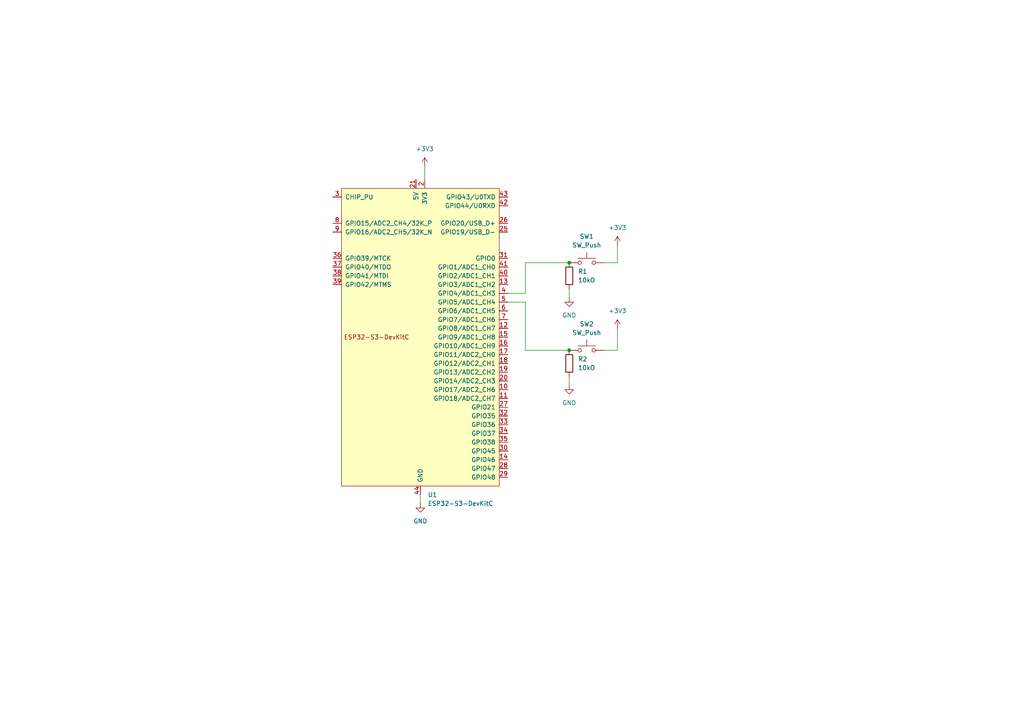
<source format=kicad_sch>
(kicad_sch (version 20250114) (generator "eeschema") (generator_version "9.0")
  (paper "A4")
  (lib_symbols
    (symbol "Device:R" (pin_numbers (hide yes)) (pin_names (offset 0))
      (property "Reference" "R" (at 2.032 0 90))
      (property "Value" "R" (at 0 0 90))
      (symbol "R_0_1"
        (rectangle (start -1.016 -2.54) (end 1.016 2.54) (stroke (width 0.254)))
      )
      (symbol "R_1_1"
        (pin passive line (at 0 3.81 270) (length 1.27) (name "~") (number "1"))
        (pin passive line (at 0 -3.81 90) (length 1.27) (name "~") (number "2"))
      )
    )
    (symbol "PCM_Espressif:ESP32-S3-DevKitC" (pin_names (offset 1.016))
      (property "Reference" "U" (at -22.86 48.26 0))
      (property "Value" "ESP32-S3-DevKitC" (at -22.86 45.72 0))
      (symbol "ESP32-S3-DevKitC_0_0"
        (text "ESP32-S3-DevKitC" (at -12.7 0 0) (effects (font (size 1.27 1.27))))
        (pin bidirectional line (at -25.4 15.24 0) (length 2.54) (name "GPIO42/MTMS") (number "39"))
        (pin power_in line (at 0 -45.72 90) (length 2.54) (name "GND") (number "44"))
        (pin bidirectional line (at 25.4 40.64 180) (length 2.54) (name "GPIO43/U0TXD") (number "43"))
        (pin bidirectional line (at 25.4 38.1 180) (length 2.54) (name "GPIO44/U0RXD") (number "42"))
        (pin bidirectional line (at 25.4 20.32 180) (length 2.54) (name "GPIO1/ADC1_CH0") (number "41"))
        (pin bidirectional line (at 25.4 17.78 180) (length 2.54) (name "GPIO2/ADC1_CH1") (number "40"))
        (pin bidirectional line (at 25.4 -10.16 180) (length 2.54) (name "GPIO13/ADC2_CH2") (number "19"))
        (pin bidirectional line (at 25.4 -35.56 180) (length 2.54) (name "GPIO46") (number "14"))
      )
      (symbol "ESP32-S3-DevKitC_0_1"
        (rectangle (start -22.86 43.18) (end 22.86 -43.18) (fill (type background)))
        (pin power_in line (at 1.27 45.72 270) (length 2.54) (name "3V3") (number "2"))
      )
      (symbol "ESP32-S3-DevKitC_1_1"
        (pin input line (at -25.4 40.64 0) (length 2.54) (name "CHIP_PU") (number "3"))
        (pin bidirectional line (at -25.4 33.02 0) (length 2.54) (name "GPIO15/ADC2_CH4/32K_P") (number "8"))
        (pin bidirectional line (at -25.4 30.48 0) (length 2.54) (name "GPIO16/ADC2_CH5/32K_N") (number "9"))
        (pin bidirectional line (at -25.4 22.86 0) (length 2.54) (name "GPIO39/MTCK") (number "36"))
        (pin bidirectional line (at -25.4 20.32 0) (length 2.54) (name "GPIO40/MTDO") (number "37"))
        (pin bidirectional line (at -25.4 17.78 0) (length 2.54) (name "GPIO41/MTDI") (number "38"))
        (pin power_in line (at -1.27 45.72 270) (length 2.54) (name "5V") (number "21"))
        (pin passive line (at 0 -45.72 90) (length 2.54) (hide yes) (name "GND") (number "22"))
        (pin passive line (at 0 -45.72 90) (length 2.54) (hide yes) (name "GND") (number "23"))
        (pin passive line (at 0 -45.72 90) (length 2.54) (hide yes) (name "GND") (number "24"))
        (pin passive line (at 1.27 45.72 270) (length 2.54) (hide yes) (name "3V3") (number "1"))
        (pin bidirectional line (at 25.4 33.02 180) (length 2.54) (name "GPIO20/USB_D+") (number "26"))
        (pin bidirectional line (at 25.4 30.48 180) (length 2.54) (name "GPIO19/USB_D-") (number "25"))
        (pin bidirectional line (at 25.4 22.86 180) (length 2.54) (name "GPIO0") (number "31"))
        (pin bidirectional line (at 25.4 15.24 180) (length 2.54) (name "GPIO3/ADC1_CH2") (number "13"))
        (pin bidirectional line (at 25.4 12.7 180) (length 2.54) (name "GPIO4/ADC1_CH3") (number "4"))
        (pin bidirectional line (at 25.4 10.16 180) (length 2.54) (name "GPIO5/ADC1_CH4") (number "5"))
        (pin bidirectional line (at 25.4 7.62 180) (length 2.54) (name "GPIO6/ADC1_CH5") (number "6"))
        (pin bidirectional line (at 25.4 5.08 180) (length 2.54) (name "GPIO7/ADC1_CH6") (number "7"))
        (pin bidirectional line (at 25.4 2.54 180) (length 2.54) (name "GPIO8/ADC1_CH7") (number "12"))
        (pin bidirectional line (at 25.4 0 180) (length 2.54) (name "GPIO9/ADC1_CH8") (number "15"))
        (pin bidirectional line (at 25.4 -2.54 180) (length 2.54) (name "GPIO10/ADC1_CH9") (number "16"))
        (pin bidirectional line (at 25.4 -5.08 180) (length 2.54) (name "GPIO11/ADC2_CH0") (number "17"))
        (pin bidirectional line (at 25.4 -7.62 180) (length 2.54) (name "GPIO12/ADC2_CH1") (number "18"))
        (pin bidirectional line (at 25.4 -12.7 180) (length 2.54) (name "GPIO14/ADC2_CH3") (number "20"))
        (pin bidirectional line (at 25.4 -15.24 180) (length 2.54) (name "GPIO17/ADC2_CH6") (number "10"))
        (pin bidirectional line (at 25.4 -17.78 180) (length 2.54) (name "GPIO18/ADC2_CH7") (number "11"))
        (pin bidirectional line (at 25.4 -20.32 180) (length 2.54) (name "GPIO21") (number "27"))
        (pin bidirectional line (at 25.4 -22.86 180) (length 2.54) (name "GPIO35") (number "32"))
        (pin bidirectional line (at 25.4 -25.4 180) (length 2.54) (name "GPIO36") (number "33"))
        (pin bidirectional line (at 25.4 -27.94 180) (length 2.54) (name "GPIO37") (number "34"))
        (pin bidirectional line (at 25.4 -30.48 180) (length 2.54) (name "GPIO38") (number "35"))
        (pin bidirectional line (at 25.4 -33.02 180) (length 2.54) (name "GPIO45") (number "30"))
        (pin bidirectional line (at 25.4 -38.1 180) (length 2.54) (name "GPIO47") (number "28"))
        (pin bidirectional line (at 25.4 -40.64 180) (length 2.54) (name "GPIO48") (number "29"))
      )
    )
    (symbol "Switch:SW_Push" (pin_numbers (hide yes)) (pin_names (offset 1.016) (hide yes))
      (property "Reference" "SW" (at 1.27 2.54 0))
      (property "Value" "SW_Push" (at 0 -1.524 0))
      (symbol "SW_Push_0_1"
        (circle (center -2.032 0) (radius 0.508))
        (polyline (pts (xy 0 1.27) (xy 0 3.048)))
        (circle (center 2.032 0) (radius 0.508))
        (polyline (pts (xy 2.54 1.27) (xy -2.54 1.27)))
        (pin passive line (at -5.08 0 0) (length 2.54) (name "1") (number "1"))
        (pin passive line (at 5.08 0 180) (length 2.54) (name "2") (number "2"))
      )
    )
    (symbol "power:+3V3" (power) (pin_numbers (hide yes)) (pin_names (offset 0) (hide yes))
      (property "Value" "+3V3" (at 0 3.556 0))
      (symbol "+3V3_0_1"
        (polyline (pts (xy -0.762 1.27) (xy 0 2.54)))
        (polyline (pts (xy 0 2.54) (xy 0.762 1.27)))
        (polyline (pts (xy 0 0) (xy 0 2.54)))
      )
      (symbol "+3V3_1_1"
        (pin power_in line (at 0 0 90) (length 0) (name "~") (number "1"))
      )
    )
    (symbol "power:GND" (power) (pin_numbers (hide yes)) (pin_names (offset 0) (hide yes))
      (property "Value" "GND" (at 0 -3.81 0))
      (symbol "GND_0_1"
        (polyline (pts (xy 0 0) (xy 0 -1.27) (xy 1.27 -1.27) (xy 0 -2.54) (xy -1.27 -1.27) (xy 0 -1.27)))
      )
      (symbol "GND_1_1"
        (pin power_in line (at 0 0 270) (length 0) (name "~") (number "1"))
      )
    )
  )
  (junction (at 165.1 76.2))
  (junction (at 165.1 101.6))
  (wire (pts (xy 152.4 85.09) (xy 152.4 76.2)))
  (wire (pts (xy 179.07 71.12) (xy 179.07 76.2)))
  (wire (pts (xy 147.32 87.63) (xy 152.4 87.63)))
  (wire (pts (xy 152.4 87.63) (xy 152.4 101.6)))
  (wire (pts (xy 179.07 95.25) (xy 179.07 101.6)))
  (wire (pts (xy 152.4 76.2) (xy 165.1 76.2)))
  (wire (pts (xy 165.1 111.76) (xy 165.1 109.22)))
  (wire (pts (xy 179.07 101.6) (xy 175.26 101.6)))
  (wire (pts (xy 179.07 76.2) (xy 175.26 76.2)))
  (wire (pts (xy 121.92 146.05) (xy 121.92 143.51)))
  (wire (pts (xy 123.19 48.26) (xy 123.19 52.07)))
  (wire (pts (xy 165.1 86.36) (xy 165.1 83.82)))
  (wire (pts (xy 152.4 101.6) (xy 165.1 101.6)))
  (wire (pts (xy 147.32 85.09) (xy 152.4 85.09)))
  (symbol (lib_id "Switch:SW_Push") (at 170.18 101.6 0) (unit 1)
    (property "Reference" "SW2" (at 170.18 93.98 0))
    (property "Value" "SW_Push" (at 170.18 96.52 0))
    (property "Description" "Push button switch, generic, two pins" (effects (hide yes)))
  )
  (symbol (lib_id "Device:R") (at 165.1 80.01 0) (unit 1)
    (property "Reference" "R1" (at 167.64 78.7399 0) (effects (justify left)))
    (property "Value" "10kO" (at 167.64 81.2799 0) (effects (justify left)))
    (property "Description" "Resistor" (effects (hide yes)))
  )
  (symbol (lib_id "power:+3V3") (at 179.07 71.12 0) (unit 1)
    (property "Reference" "#PWR05" (effects (hide yes)))
    (property "Value" "+3V3" (at 179.07 66.04 0))
    (property "Description" "Power symbol creates a global label with name \"+3V3\"" (effects (hide yes)))
  )
  (symbol (lib_id "power:+3V3") (at 179.07 95.25 0) (unit 1)
    (property "Reference" "#PWR06" (effects (hide yes)))
    (property "Value" "+3V3" (at 179.07 90.17 0))
    (property "Description" "Power symbol creates a global label with name \"+3V3\"" (effects (hide yes)))
  )
  (symbol (lib_id "power:+3V3") (at 123.19 48.26 0) (unit 1)
    (property "Reference" "#PWR02" (effects (hide yes)))
    (property "Value" "+3V3" (at 123.19 43.18 0))
    (property "Description" "Power symbol creates a global label with name \"+3V3\"" (effects (hide yes)))
  )
  (symbol (lib_id "Device:R") (at 165.1 105.41 0) (unit 1)
    (property "Reference" "R2" (at 167.64 104.1399 0) (effects (justify left)))
    (property "Value" "10kO" (at 167.64 106.6799 0) (effects (justify left)))
    (property "Description" "Resistor" (effects (hide yes)))
  )
  (symbol (lib_id "PCM_Espressif:ESP32-S3-DevKitC") (at 121.92 97.79 0) (unit 1)
    (property "Reference" "U1" (at 124.0633 143.51 0) (effects (justify left)))
    (property "Value" "ESP32-S3-DevKitC" (at 124.0633 146.05 0) (effects (justify left)))
    (property "Footprint" "PCM_Espressif:ESP32-S3-DevKitC" (effects (hide yes)))
    (property "Description" "ESP32-S3-DevKitC" (effects (hide yes)))
  )
  (symbol (lib_id "Switch:SW_Push") (at 170.18 76.2 0) (unit 1)
    (property "Reference" "SW1" (at 170.18 68.58 0))
    (property "Value" "SW_Push" (at 170.18 71.12 0))
    (property "Description" "Push button switch, generic, two pins" (effects (hide yes)))
  )
  (symbol (lib_id "power:GND") (at 165.1 111.76 0) (unit 1)
    (property "Reference" "#PWR03" (effects (hide yes)))
    (property "Value" "GND" (at 165.1 116.84 0))
    (property "Description" "Power symbol creates a global label with name \"GND\" , ground" (effects (hide yes)))
  )
  (symbol (lib_id "power:GND") (at 121.92 146.05 0) (unit 1)
    (property "Reference" "#PWR01" (effects (hide yes)))
    (property "Value" "GND" (at 121.92 151.13 0))
    (property "Description" "Power symbol creates a global label with name \"GND\" , ground" (effects (hide yes)))
  )
  (symbol (lib_id "power:GND") (at 165.1 86.36 0) (unit 1)
    (property "Reference" "#PWR04" (effects (hide yes)))
    (property "Value" "GND" (at 165.1 91.44 0))
    (property "Description" "Power symbol creates a global label with name \"GND\" , ground" (effects (hide yes)))
  )
)
</source>
